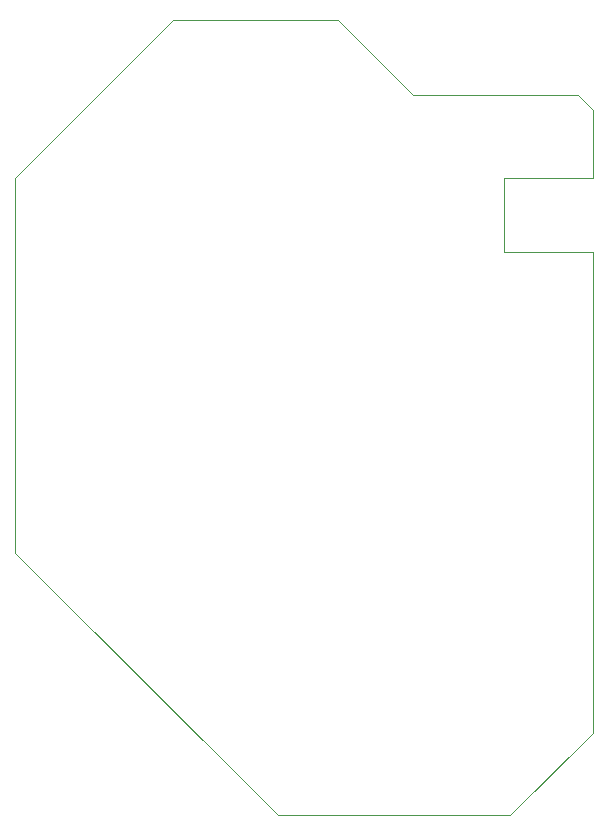
<source format=gm1>
G04 #@! TF.FileFunction,Profile,NP*
%FSLAX46Y46*%
G04 Gerber Fmt 4.6, Leading zero omitted, Abs format (unit mm)*
G04 Created by KiCad (PCBNEW 4.0.6) date Tue Sep  5 11:54:24 2017*
%MOMM*%
%LPD*%
G01*
G04 APERTURE LIST*
%ADD10C,0.150000*%
%ADD11C,0.100000*%
G04 APERTURE END LIST*
D10*
D11*
X124500000Y-47500000D02*
X123250000Y-47500000D01*
X124500000Y-47750000D02*
X124500000Y-47500000D01*
X124460000Y-88265000D02*
X124460000Y-47625000D01*
X123500000Y-41250000D02*
X123250000Y-41250000D01*
X124500000Y-41250000D02*
X123500000Y-41250000D01*
X124500000Y-35500000D02*
X124500000Y-41250000D01*
X117000000Y-41250000D02*
X123250000Y-41250000D01*
X117000000Y-47500000D02*
X117000000Y-41250000D01*
X123250000Y-47500000D02*
X117000000Y-47500000D01*
X75565000Y-41275000D02*
X80010000Y-36830000D01*
X75565000Y-73025000D02*
X75565000Y-41275000D01*
X97790000Y-95250000D02*
X75565000Y-73025000D01*
X117475000Y-95250000D02*
X97790000Y-95250000D01*
X124460000Y-88265000D02*
X117475000Y-95250000D01*
X124460000Y-35560000D02*
X123190000Y-34290000D01*
X109220000Y-34290000D02*
X123190000Y-34290000D01*
X102870000Y-27940000D02*
X109220000Y-34290000D01*
X88900000Y-27940000D02*
X102870000Y-27940000D01*
X80010000Y-36830000D02*
X88900000Y-27940000D01*
M02*

</source>
